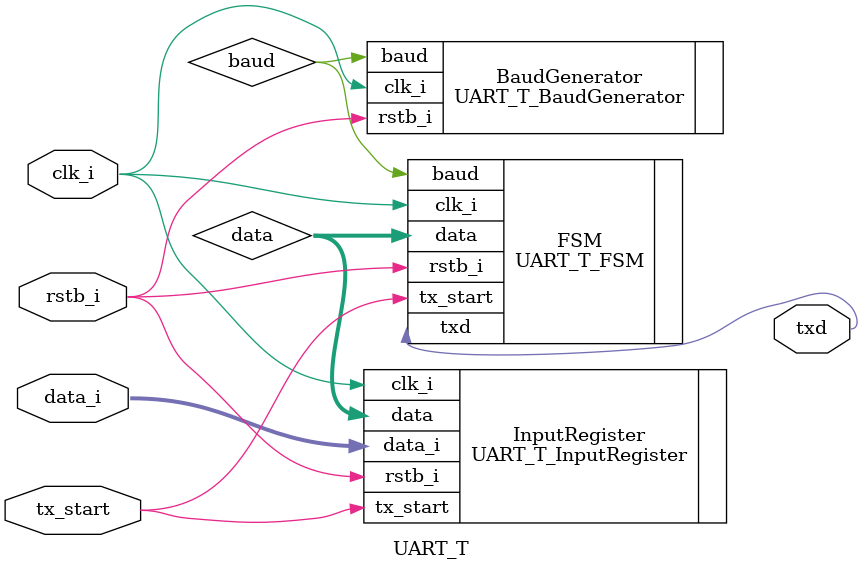
<source format=v>
`timescale 1ns / 1ps

module UART_T(
    input clk_i,
    input rstb_i,
    input [7:0] data_i,
    input tx_start,
    
    output txd
    );
    
    wire baud;
    wire [7:0] data;
    
    UART_T_BaudGenerator BaudGenerator (
        .baud(baud),
        .clk_i(clk_i),
        .rstb_i(rstb_i)
        );
                                    
    UART_T_InputRegister InputRegister (
        .data(data),
        .tx_start(tx_start),
        .data_i(data_i),
        .clk_i(clk_i),
        .rstb_i(rstb_i)
        );
    
    UART_T_FSM FSM (
        .txd(txd),
        .data(data),
        .tx_start(tx_start),
        .clk_i(clk_i),
        .rstb_i(rstb_i),
        .baud(baud)
        );
endmodule

</source>
